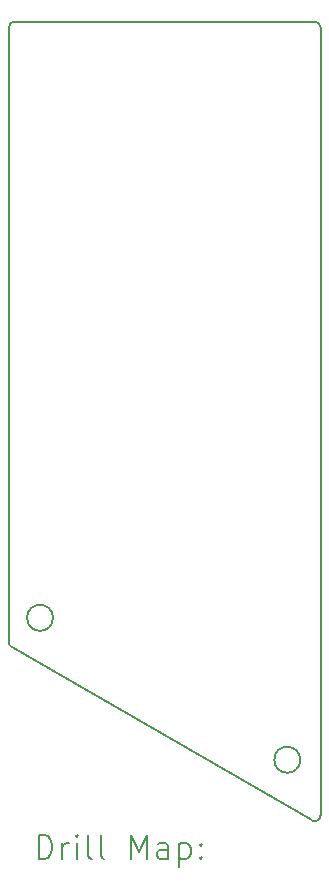
<source format=gbr>
%TF.GenerationSoftware,KiCad,Pcbnew,8.0.8+1*%
%TF.CreationDate,2025-06-17T15:49:25+00:00*%
%TF.ProjectId,controller_overlay,636f6e74-726f-46c6-9c65-725f6f766572,0.2*%
%TF.SameCoordinates,Original*%
%TF.FileFunction,Drillmap*%
%TF.FilePolarity,Positive*%
%FSLAX45Y45*%
G04 Gerber Fmt 4.5, Leading zero omitted, Abs format (unit mm)*
G04 Created by KiCad (PCBNEW 8.0.8+1) date 2025-06-17 15:49:25*
%MOMM*%
%LPD*%
G01*
G04 APERTURE LIST*
%ADD10C,0.150000*%
%ADD11C,0.200000*%
G04 APERTURE END LIST*
D10*
X20511300Y-9127028D02*
X20511300Y-3924000D01*
X20561300Y-3874000D02*
X23101300Y-3874000D01*
X23151300Y-3924000D02*
X23151300Y-10593498D01*
X23076300Y-10636799D02*
X20536300Y-9170329D01*
X20511300Y-3924000D02*
G75*
G02*
X20561300Y-3874000I50000J0D01*
G01*
X23101300Y-3874000D02*
G75*
G02*
X23151300Y-3924000I0J-50000D01*
G01*
X23151300Y-10593498D02*
G75*
G02*
X23076301Y-10636798I-50000J2D01*
G01*
X20536300Y-9170329D02*
G75*
G02*
X20511302Y-9127028I25000J43299D01*
G01*
X20886200Y-8922600D02*
G75*
G02*
X20666200Y-8922600I-110000J0D01*
G01*
X20666200Y-8922600D02*
G75*
G02*
X20886200Y-8922600I110000J0D01*
G01*
X22979400Y-10124500D02*
G75*
G02*
X22759400Y-10124500I-110000J0D01*
G01*
X22759400Y-10124500D02*
G75*
G02*
X22979400Y-10124500I110000J0D01*
G01*
D11*
X20764577Y-10962480D02*
X20764577Y-10762480D01*
X20764577Y-10762480D02*
X20812196Y-10762480D01*
X20812196Y-10762480D02*
X20840767Y-10772004D01*
X20840767Y-10772004D02*
X20859815Y-10791051D01*
X20859815Y-10791051D02*
X20869339Y-10810099D01*
X20869339Y-10810099D02*
X20878863Y-10848194D01*
X20878863Y-10848194D02*
X20878863Y-10876765D01*
X20878863Y-10876765D02*
X20869339Y-10914861D01*
X20869339Y-10914861D02*
X20859815Y-10933908D01*
X20859815Y-10933908D02*
X20840767Y-10952956D01*
X20840767Y-10952956D02*
X20812196Y-10962480D01*
X20812196Y-10962480D02*
X20764577Y-10962480D01*
X20964577Y-10962480D02*
X20964577Y-10829146D01*
X20964577Y-10867242D02*
X20974101Y-10848194D01*
X20974101Y-10848194D02*
X20983624Y-10838670D01*
X20983624Y-10838670D02*
X21002672Y-10829146D01*
X21002672Y-10829146D02*
X21021720Y-10829146D01*
X21088386Y-10962480D02*
X21088386Y-10829146D01*
X21088386Y-10762480D02*
X21078863Y-10772004D01*
X21078863Y-10772004D02*
X21088386Y-10781527D01*
X21088386Y-10781527D02*
X21097910Y-10772004D01*
X21097910Y-10772004D02*
X21088386Y-10762480D01*
X21088386Y-10762480D02*
X21088386Y-10781527D01*
X21212196Y-10962480D02*
X21193148Y-10952956D01*
X21193148Y-10952956D02*
X21183624Y-10933908D01*
X21183624Y-10933908D02*
X21183624Y-10762480D01*
X21316958Y-10962480D02*
X21297910Y-10952956D01*
X21297910Y-10952956D02*
X21288386Y-10933908D01*
X21288386Y-10933908D02*
X21288386Y-10762480D01*
X21545529Y-10962480D02*
X21545529Y-10762480D01*
X21545529Y-10762480D02*
X21612196Y-10905337D01*
X21612196Y-10905337D02*
X21678863Y-10762480D01*
X21678863Y-10762480D02*
X21678863Y-10962480D01*
X21859815Y-10962480D02*
X21859815Y-10857718D01*
X21859815Y-10857718D02*
X21850291Y-10838670D01*
X21850291Y-10838670D02*
X21831244Y-10829146D01*
X21831244Y-10829146D02*
X21793148Y-10829146D01*
X21793148Y-10829146D02*
X21774101Y-10838670D01*
X21859815Y-10952956D02*
X21840767Y-10962480D01*
X21840767Y-10962480D02*
X21793148Y-10962480D01*
X21793148Y-10962480D02*
X21774101Y-10952956D01*
X21774101Y-10952956D02*
X21764577Y-10933908D01*
X21764577Y-10933908D02*
X21764577Y-10914861D01*
X21764577Y-10914861D02*
X21774101Y-10895813D01*
X21774101Y-10895813D02*
X21793148Y-10886289D01*
X21793148Y-10886289D02*
X21840767Y-10886289D01*
X21840767Y-10886289D02*
X21859815Y-10876765D01*
X21955053Y-10829146D02*
X21955053Y-11029146D01*
X21955053Y-10838670D02*
X21974101Y-10829146D01*
X21974101Y-10829146D02*
X22012196Y-10829146D01*
X22012196Y-10829146D02*
X22031244Y-10838670D01*
X22031244Y-10838670D02*
X22040767Y-10848194D01*
X22040767Y-10848194D02*
X22050291Y-10867242D01*
X22050291Y-10867242D02*
X22050291Y-10924384D01*
X22050291Y-10924384D02*
X22040767Y-10943432D01*
X22040767Y-10943432D02*
X22031244Y-10952956D01*
X22031244Y-10952956D02*
X22012196Y-10962480D01*
X22012196Y-10962480D02*
X21974101Y-10962480D01*
X21974101Y-10962480D02*
X21955053Y-10952956D01*
X22136005Y-10943432D02*
X22145529Y-10952956D01*
X22145529Y-10952956D02*
X22136005Y-10962480D01*
X22136005Y-10962480D02*
X22126482Y-10952956D01*
X22126482Y-10952956D02*
X22136005Y-10943432D01*
X22136005Y-10943432D02*
X22136005Y-10962480D01*
X22136005Y-10838670D02*
X22145529Y-10848194D01*
X22145529Y-10848194D02*
X22136005Y-10857718D01*
X22136005Y-10857718D02*
X22126482Y-10848194D01*
X22126482Y-10848194D02*
X22136005Y-10838670D01*
X22136005Y-10838670D02*
X22136005Y-10857718D01*
M02*

</source>
